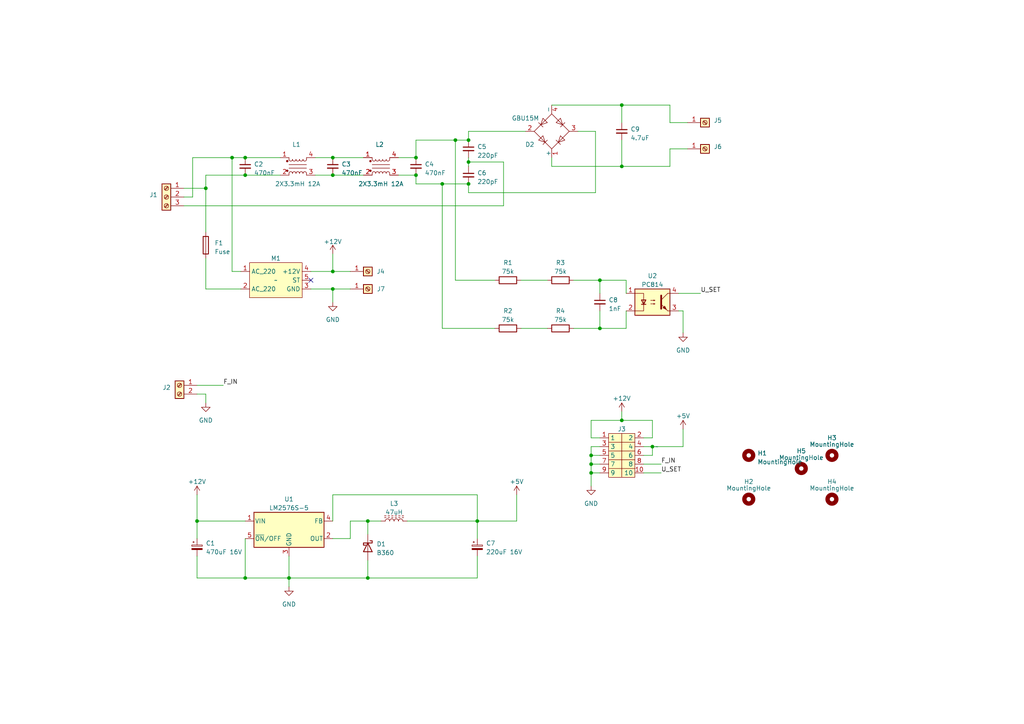
<source format=kicad_sch>
(kicad_sch (version 20230121) (generator eeschema)
  (paper "A4")
  (lib_symbols
    (symbol "Connector:Screw_Terminal_01x01" (pin_names (offset 1.016) hide)
      (property "Reference" "J" (at 0 2.54 0))
      (property "Value" "Screw_Terminal_01x01" (at 0 -2.54 0))
      (symbol "Screw_Terminal_01x01_1_1"
        (rectangle (start -1.27 1.27) (end 1.27 -1.27) (stroke (width 0.254)) (fill (type background)))
        (polyline (pts (xy -0.5334 0.3302) (xy 0.3302 -0.508)) (stroke (width 0.1524)))
        (polyline (pts (xy -0.3556 0.508) (xy 0.508 -0.3302)) (stroke (width 0.1524)))
        (circle (center 0 0) (radius 0.635) (stroke (width 0.1524)))
        (pin passive line (at -5.08 0 0) (length 3.81) (name "Pin_1") (number "1"))
      )
    )
    (symbol "Connector:Screw_Terminal_01x02" (pin_names (offset 1.016) hide)
      (property "Reference" "J" (at 0 2.54 0))
      (property "Value" "Screw_Terminal_01x02" (at 0 -5.08 0))
      (symbol "Screw_Terminal_01x02_1_1"
        (rectangle (start -1.27 1.27) (end 1.27 -3.81) (stroke (width 0.254)) (fill (type background)))
        (circle (center 0 -2.54) (radius 0.635) (stroke (width 0.1524)))
        (polyline (pts (xy -0.5334 -2.2098) (xy 0.3302 -3.048)) (stroke (width 0.1524)))
        (polyline (pts (xy -0.5334 0.3302) (xy 0.3302 -0.508)) (stroke (width 0.1524)))
        (polyline (pts (xy -0.3556 -2.032) (xy 0.508 -2.8702)) (stroke (width 0.1524)))
        (polyline (pts (xy -0.3556 0.508) (xy 0.508 -0.3302)) (stroke (width 0.1524)))
        (circle (center 0 0) (radius 0.635) (stroke (width 0.1524)))
        (pin passive line (at -5.08 0 0) (length 3.81) (name "Pin_1") (number "1"))
        (pin passive line (at -5.08 -2.54 0) (length 3.81) (name "Pin_2") (number "2"))
      )
    )
    (symbol "Connector:Screw_Terminal_01x03" (pin_names (offset 1.016) hide)
      (property "Reference" "J" (at 0 5.08 0))
      (property "Value" "Screw_Terminal_01x03" (at 0 -5.08 0))
      (symbol "Screw_Terminal_01x03_1_1"
        (rectangle (start -1.27 3.81) (end 1.27 -3.81) (stroke (width 0.254)) (fill (type background)))
        (circle (center 0 -2.54) (radius 0.635) (stroke (width 0.1524)))
        (polyline (pts (xy -0.5334 -2.2098) (xy 0.3302 -3.048)) (stroke (width 0.1524)))
        (polyline (pts (xy -0.5334 0.3302) (xy 0.3302 -0.508)) (stroke (width 0.1524)))
        (polyline (pts (xy -0.5334 2.8702) (xy 0.3302 2.032)) (stroke (width 0.1524)))
        (polyline (pts (xy -0.3556 -2.032) (xy 0.508 -2.8702)) (stroke (width 0.1524)))
        (polyline (pts (xy -0.3556 0.508) (xy 0.508 -0.3302)) (stroke (width 0.1524)))
        (polyline (pts (xy -0.3556 3.048) (xy 0.508 2.2098)) (stroke (width 0.1524)))
        (circle (center 0 0) (radius 0.635) (stroke (width 0.1524)))
        (circle (center 0 2.54) (radius 0.635) (stroke (width 0.1524)))
        (pin passive line (at -5.08 2.54 0) (length 3.81) (name "Pin_1") (number "1"))
        (pin passive line (at -5.08 0 0) (length 3.81) (name "Pin_2") (number "2"))
        (pin passive line (at -5.08 -2.54 0) (length 3.81) (name "Pin_3") (number "3"))
      )
    )
    (symbol "Device:C_Polarized_Small" (pin_numbers hide) (pin_names (offset 0.254) hide)
      (property "Reference" "C" (at 0.254 1.778 0))
      (property "Value" "C_Polarized_Small" (at 0.254 -2.032 0))
      (symbol "C_Polarized_Small_0_1"
        (rectangle (start -1.524 -0.3048) (end 1.524 -0.6858) (fill (type outline)))
        (rectangle (start -1.524 0.6858) (end 1.524 0.3048))
        (polyline (pts (xy -1.27 1.524) (xy -0.762 1.524)))
        (polyline (pts (xy -1.016 1.27) (xy -1.016 1.778)))
      )
      (symbol "C_Polarized_Small_1_1"
        (pin passive line (at 0 2.54 270) (length 1.8542) (name "~") (number "1"))
        (pin passive line (at 0 -2.54 90) (length 1.8542) (name "~") (number "2"))
      )
    )
    (symbol "Device:C_Small" (pin_numbers hide) (pin_names (offset 0.254) hide)
      (property "Reference" "C" (at 0.254 1.778 0))
      (property "Value" "C_Small" (at 0.254 -2.032 0))
      (symbol "C_Small_0_1"
        (polyline (pts (xy -1.524 -0.508) (xy 1.524 -0.508)) (stroke (width 0.3302)))
        (polyline (pts (xy -1.524 0.508) (xy 1.524 0.508)) (stroke (width 0.3048)))
      )
      (symbol "C_Small_1_1"
        (pin passive line (at 0 2.54 270) (length 2.032) (name "~") (number "1"))
        (pin passive line (at 0 -2.54 90) (length 2.032) (name "~") (number "2"))
      )
    )
    (symbol "Device:Fuse" (pin_numbers hide) (pin_names (offset 0))
      (property "Reference" "F" (at 2.032 0 90))
      (property "Value" "Fuse" (at -1.905 0 90))
      (symbol "Fuse_0_1"
        (rectangle (start -0.762 -2.54) (end 0.762 2.54) (stroke (width 0.254)))
        (polyline (pts (xy 0 2.54) (xy 0 -2.54)))
      )
      (symbol "Fuse_1_1"
        (pin passive line (at 0 3.81 270) (length 1.27) (name "~") (number "1"))
        (pin passive line (at 0 -3.81 90) (length 1.27) (name "~") (number "2"))
      )
    )
    (symbol "Device:L_Ferrite" (pin_numbers hide) (pin_names (offset 1.016) hide)
      (property "Reference" "L" (at -1.27 0 90))
      (property "Value" "L_Ferrite" (at 2.794 0 90))
      (symbol "L_Ferrite_0_1"
        (arc (start 0 -2.54) (mid 0.6323 -1.905) (end 0 -1.27))
        (arc (start 0 -1.27) (mid 0.6323 -0.635) (end 0 0))
        (polyline (pts (xy 1.016 -2.794) (xy 1.016 -2.286)))
        (polyline (pts (xy 1.016 -1.778) (xy 1.016 -1.27)))
        (polyline (pts (xy 1.016 -0.762) (xy 1.016 -0.254)))
        (polyline (pts (xy 1.016 0.254) (xy 1.016 0.762)))
        (polyline (pts (xy 1.016 1.27) (xy 1.016 1.778)))
        (polyline (pts (xy 1.016 2.286) (xy 1.016 2.794)))
        (polyline (pts (xy 1.524 -2.286) (xy 1.524 -2.794)))
        (polyline (pts (xy 1.524 -1.27) (xy 1.524 -1.778)))
        (polyline (pts (xy 1.524 -0.254) (xy 1.524 -0.762)))
        (polyline (pts (xy 1.524 0.762) (xy 1.524 0.254)))
        (polyline (pts (xy 1.524 1.778) (xy 1.524 1.27)))
        (polyline (pts (xy 1.524 2.794) (xy 1.524 2.286)))
        (arc (start 0 0) (mid 0.6323 0.635) (end 0 1.27))
        (arc (start 0 1.27) (mid 0.6323 1.905) (end 0 2.54))
      )
      (symbol "L_Ferrite_1_1"
        (pin passive line (at 0 3.81 270) (length 1.27) (name "1") (number "1"))
        (pin passive line (at 0 -3.81 90) (length 1.27) (name "2") (number "2"))
      )
    )
    (symbol "Device:L_Iron_Coupled_1423" (pin_names (offset 0.254) hide)
      (property "Reference" "L" (at 0 4.445 0))
      (property "Value" "L_Iron_Coupled_1423" (at 0 -4.445 0))
      (symbol "L_Iron_Coupled_1423_0_1"
        (circle (center -3.048 -1.27) (radius 0.254) (fill (type outline)))
        (circle (center -3.048 1.524) (radius 0.254) (fill (type outline)))
        (arc (start -2.54 2.032) (mid -2.032 1.5262) (end -1.524 2.032))
        (arc (start -1.524 -2.032) (mid -2.032 -1.5262) (end -2.54 -2.032))
        (arc (start -1.524 2.032) (mid -1.016 1.5262) (end -0.508 2.032))
        (arc (start -0.508 -2.032) (mid -1.016 -1.5262) (end -1.524 -2.032))
        (arc (start -0.508 2.032) (mid 0 1.5262) (end 0.508 2.032))
        (polyline (pts (xy -2.54 -2.032) (xy -2.54 -2.54)))
        (polyline (pts (xy -2.54 0.508) (xy 2.54 0.508)))
        (polyline (pts (xy -2.54 2.032) (xy -2.54 2.54)))
        (polyline (pts (xy 2.54 -2.032) (xy 2.54 -2.54)))
        (polyline (pts (xy 2.54 -0.508) (xy -2.54 -0.508)))
        (polyline (pts (xy 2.54 2.54) (xy 2.54 2.032)))
        (arc (start 0.508 -2.032) (mid 0 -1.5262) (end -0.508 -2.032))
        (arc (start 0.508 2.032) (mid 1.016 1.5262) (end 1.524 2.032))
        (arc (start 1.524 -2.032) (mid 1.016 -1.5262) (end 0.508 -2.032))
        (arc (start 1.524 2.032) (mid 2.032 1.5262) (end 2.54 2.032))
        (arc (start 2.54 -2.032) (mid 2.032 -1.5262) (end 1.524 -2.032))
      )
      (symbol "L_Iron_Coupled_1423_1_1"
        (pin passive line (at -5.08 2.54 0) (length 2.54) (name "1") (number "1"))
        (pin passive line (at -5.08 -2.54 0) (length 2.54) (name "2") (number "2"))
        (pin passive line (at 5.08 -2.54 180) (length 2.54) (name "3") (number "3"))
        (pin passive line (at 5.08 2.54 180) (length 2.54) (name "4") (number "4"))
      )
    )
    (symbol "Device:R" (pin_numbers hide) (pin_names (offset 0))
      (property "Reference" "R" (at 2.032 0 90))
      (property "Value" "R" (at 0 0 90))
      (symbol "R_0_1"
        (rectangle (start -1.016 -2.54) (end 1.016 2.54) (stroke (width 0.254)))
      )
      (symbol "R_1_1"
        (pin passive line (at 0 3.81 270) (length 1.27) (name "~") (number "1"))
        (pin passive line (at 0 -3.81 90) (length 1.27) (name "~") (number "2"))
      )
    )
    (symbol "Diode:B360" (pin_numbers hide) (pin_names (offset 1.016) hide)
      (property "Reference" "D" (at 0 2.54 0))
      (property "Value" "B360" (at 0 -2.54 0))
      (symbol "B360_0_1"
        (polyline (pts (xy 1.27 0) (xy -1.27 0)))
        (polyline (pts (xy 1.27 1.27) (xy 1.27 -1.27) (xy -1.27 0) (xy 1.27 1.27)) (stroke (width 0.254)))
        (polyline (pts (xy -1.905 0.635) (xy -1.905 1.27) (xy -1.27 1.27) (xy -1.27 -1.27) (xy -0.635 -1.27) (xy -0.635 -0.635)) (stroke (width 0.254)))
      )
      (symbol "B360_1_1"
        (pin passive line (at -3.81 0 0) (length 2.54) (name "K") (number "1"))
        (pin passive line (at 3.81 0 180) (length 2.54) (name "A") (number "2"))
      )
    )
    (symbol "Diode_Bridge:GBU8M" (pin_names (offset 0))
      (property "Reference" "D" (at 2.54 6.985 0))
      (property "Value" "GBU8M" (at 2.54 5.08 0))
      (symbol "GBU8M_0_1"
        (polyline (pts (xy -2.54 3.81) (xy -1.27 2.54)))
        (polyline (pts (xy -1.27 -2.54) (xy -2.54 -3.81)))
        (polyline (pts (xy 2.54 -1.27) (xy 3.81 -2.54)))
        (polyline (pts (xy 2.54 1.27) (xy 3.81 2.54)))
        (polyline (pts (xy -3.81 2.54) (xy -2.54 1.27) (xy -1.905 3.175) (xy -3.81 2.54)))
        (polyline (pts (xy -2.54 -1.27) (xy -3.81 -2.54) (xy -1.905 -3.175) (xy -2.54 -1.27)))
        (polyline (pts (xy 1.27 2.54) (xy 2.54 3.81) (xy 3.175 1.905) (xy 1.27 2.54)))
        (polyline (pts (xy 3.175 -1.905) (xy 1.27 -2.54) (xy 2.54 -3.81) (xy 3.175 -1.905)))
        (polyline (pts (xy -5.08 0) (xy 0 -5.08) (xy 5.08 0) (xy 0 5.08) (xy -5.08 0)))
      )
      (symbol "GBU8M_1_1"
        (pin passive line (at 7.62 0 180) (length 2.54) (name "+") (number "1"))
        (pin passive line (at 0 -7.62 90) (length 2.54) (name "~") (number "2"))
        (pin passive line (at 0 7.62 270) (length 2.54) (name "~") (number "3"))
        (pin passive line (at -7.62 0 0) (length 2.54) (name "-") (number "4"))
      )
    )
    (symbol "Isolator:PC817" (pin_names (offset 1.016))
      (property "Reference" "U" (at -5.08 5.08 0))
      (property "Value" "PC817" (at 0 5.08 0))
      (symbol "PC817_0_1"
        (rectangle (start -5.08 3.81) (end 5.08 -3.81) (stroke (width 0.254)) (fill (type background)))
        (polyline (pts (xy -3.175 -0.635) (xy -1.905 -0.635)) (stroke (width 0.254)))
        (polyline (pts (xy 2.54 0.635) (xy 4.445 2.54)))
        (polyline (pts (xy 4.445 -2.54) (xy 2.54 -0.635)) (fill (type outline)))
        (polyline (pts (xy 4.445 -2.54) (xy 5.08 -2.54)))
        (polyline (pts (xy 4.445 2.54) (xy 5.08 2.54)))
        (polyline (pts (xy -5.08 2.54) (xy -2.54 2.54) (xy -2.54 -0.635)))
        (polyline (pts (xy -2.54 -0.635) (xy -2.54 -2.54) (xy -5.08 -2.54)))
        (polyline (pts (xy 2.54 1.905) (xy 2.54 -1.905) (xy 2.54 -1.905)) (stroke (width 0.508)))
        (polyline (pts (xy -2.54 -0.635) (xy -3.175 0.635) (xy -1.905 0.635) (xy -2.54 -0.635)) (stroke (width 0.254)))
        (polyline (pts (xy -0.508 -0.508) (xy 0.762 -0.508) (xy 0.381 -0.635) (xy 0.381 -0.381) (xy 0.762 -0.508)))
        (polyline (pts (xy -0.508 0.508) (xy 0.762 0.508) (xy 0.381 0.381) (xy 0.381 0.635) (xy 0.762 0.508)))
        (polyline (pts (xy 3.048 -1.651) (xy 3.556 -1.143) (xy 4.064 -2.159) (xy 3.048 -1.651) (xy 3.048 -1.651)) (fill (type outline)))
      )
      (symbol "PC817_1_1"
        (pin passive line (at -7.62 2.54 0) (length 2.54) (name "~") (number "1"))
        (pin passive line (at -7.62 -2.54 0) (length 2.54) (name "~") (number "2"))
        (pin passive line (at 7.62 -2.54 180) (length 2.54) (name "~") (number "3"))
        (pin passive line (at 7.62 2.54 180) (length 2.54) (name "~") (number "4"))
      )
    )
    (symbol "Mechanical:MountingHole" (pin_names (offset 1.016))
      (property "Reference" "H" (at 0 5.08 0))
      (property "Value" "MountingHole" (at 0 3.175 0))
      (symbol "MountingHole_0_1"
        (circle (center 0 0) (radius 1.27) (stroke (width 1.27)))
      )
    )
    (symbol "Regulator_Switching:LM2576S-5" (pin_names (offset 0.254))
      (property "Reference" "U" (at -10.16 6.35 0))
      (property "Value" "LM2576S-5" (at 0 6.35 0))
      (symbol "LM2576S-5_0_1"
        (rectangle (start -10.16 5.08) (end 10.16 -5.08) (stroke (width 0.254)) (fill (type background)))
      )
      (symbol "LM2576S-5_1_1"
        (pin power_in line (at -12.7 2.54 0) (length 2.54) (name "VIN") (number "1"))
        (pin output line (at 12.7 -2.54 180) (length 2.54) (name "OUT") (number "2"))
        (pin power_in line (at 0 -7.62 90) (length 2.54) (name "GND") (number "3"))
        (pin input line (at 12.7 2.54 180) (length 2.54) (name "FB") (number "4"))
        (pin input line (at -12.7 -2.54 0) (length 2.54) (name "~{ON}/OFF") (number "5"))
      )
    )
    (symbol "Z_connectors:BH-10"
      (property "Reference" "J" (at 0 6.35 0))
      (symbol "BH-10_1_1"
        (rectangle (start -3.81 3.81) (end 3.81 -8.89) (fill (type background)))
        (polyline (pts (xy -3.81 -6.35) (xy 3.81 -6.35)))
        (polyline (pts (xy -3.81 -3.81) (xy 3.81 -3.81)))
        (polyline (pts (xy -3.81 -1.27) (xy 3.81 -1.27)))
        (polyline (pts (xy -3.81 1.27) (xy 3.81 1.27)))
        (polyline (pts (xy 0 3.81) (xy 0 -8.89)))
        (pin input line (at -6.35 2.54 0) (length 2.54) (name "1") (number "1"))
        (pin input line (at 6.35 -7.62 180) (length 2.54) (name "10") (number "10"))
        (pin input line (at 6.35 2.54 180) (length 2.54) (name "2") (number "2"))
        (pin input line (at -6.35 0 0) (length 2.54) (name "3") (number "3"))
        (pin input line (at 6.35 0 180) (length 2.54) (name "4") (number "4"))
        (pin input line (at -6.35 -2.54 0) (length 2.54) (name "5") (number "5"))
        (pin input line (at 6.35 -2.54 180) (length 2.54) (name "6") (number "6"))
        (pin input line (at -6.35 -5.08 0) (length 2.54) (name "7") (number "7"))
        (pin input line (at 6.35 -5.08 180) (length 2.54) (name "8") (number "8"))
        (pin input line (at -6.35 -7.62 0) (length 2.54) (name "9") (number "9"))
      )
    )
    (symbol "Z_modules:AC_DC_12_2"
      (property "Reference" "M" (at 0 6.35 0))
      (symbol "AC_DC_12_2_1_1"
        (rectangle (start -7.62 5.08) (end 7.62 -5.08) (fill (type background)))
        (pin input line (at -10.16 2.54 0) (length 2.54) (name "AC_220") (number "1"))
        (pin input line (at -10.16 -2.54 0) (length 2.54) (name "AC_220") (number "2"))
        (pin output line (at 10.16 -2.54 180) (length 2.54) (name "GND") (number "3"))
        (pin output line (at 10.16 2.54 180) (length 2.54) (name "+12V") (number "4"))
        (pin input line (at 10.16 0 180) (length 2.54) (name "ST") (number "5"))
      )
    )
    (symbol "power:+12V" (power) (pin_names (offset 0))
      (property "Value" "+12V" (at 0 3.556 0))
      (symbol "+12V_0_1"
        (polyline (pts (xy -0.762 1.27) (xy 0 2.54)))
        (polyline (pts (xy 0 0) (xy 0 2.54)))
        (polyline (pts (xy 0 2.54) (xy 0.762 1.27)))
      )
      (symbol "+12V_1_1"
        (pin power_in line (at 0 0 90) (length 0) hide (name "+12V") (number "1"))
      )
    )
    (symbol "power:+5V" (power) (pin_names (offset 0))
      (property "Value" "+5V" (at 0 3.556 0))
      (symbol "+5V_0_1"
        (polyline (pts (xy -0.762 1.27) (xy 0 2.54)))
        (polyline (pts (xy 0 0) (xy 0 2.54)))
        (polyline (pts (xy 0 2.54) (xy 0.762 1.27)))
      )
      (symbol "+5V_1_1"
        (pin power_in line (at 0 0 90) (length 0) hide (name "+5V") (number "1"))
      )
    )
    (symbol "power:GND" (power) (pin_names (offset 0))
      (property "Value" "GND" (at 0 -3.81 0))
      (symbol "GND_0_1"
        (polyline (pts (xy 0 0) (xy 0 -1.27) (xy 1.27 -1.27) (xy 0 -2.54) (xy -1.27 -1.27) (xy 0 -1.27)))
      )
      (symbol "GND_1_1"
        (pin power_in line (at 0 0 270) (length 0) hide (name "GND") (number "1"))
      )
    )
  )
  (junction (at 96.52 45.72))
  (junction (at 96.52 50.8))
  (junction (at 180.34 48.26))
  (junction (at 71.12 45.72))
  (junction (at 106.68 167.64))
  (junction (at 138.43 151.13))
  (junction (at 132.08 40.64))
  (junction (at 57.15 151.13))
  (junction (at 67.31 45.72))
  (junction (at 120.65 50.8))
  (junction (at 96.52 78.74))
  (junction (at 71.12 167.64))
  (junction (at 135.89 40.64))
  (junction (at 135.89 53.34))
  (junction (at 173.99 95.25))
  (junction (at 71.12 50.8))
  (junction (at 171.45 134.62))
  (junction (at 96.52 83.82))
  (junction (at 106.68 151.13))
  (junction (at 180.34 30.48))
  (junction (at 173.99 81.28))
  (junction (at 128.27 53.34))
  (junction (at 135.89 46.99))
  (junction (at 189.23 129.54))
  (junction (at 83.82 167.64))
  (junction (at 171.45 132.08))
  (junction (at 180.34 121.92))
  (junction (at 59.69 54.61))
  (junction (at 171.45 137.16))
  (junction (at 120.65 45.72))
  (no_connect (at 90.17 81.28))
  (wire (pts (xy 138.43 143.51) (xy 138.43 151.13)))
  (wire (pts (xy 57.15 143.51) (xy 57.15 151.13)))
  (wire (pts (xy 194.31 43.18) (xy 199.39 43.18)))
  (wire (pts (xy 135.89 45.72) (xy 135.89 46.99)))
  (wire (pts (xy 55.88 57.15) (xy 55.88 45.72)))
  (wire (pts (xy 171.45 127) (xy 171.45 121.92)))
  (wire (pts (xy 138.43 151.13) (xy 118.11 151.13)))
  (wire (pts (xy 171.45 129.54) (xy 173.99 129.54)))
  (wire (pts (xy 180.34 30.48) (xy 194.31 30.48)))
  (wire (pts (xy 91.44 45.72) (xy 96.52 45.72)))
  (wire (pts (xy 172.72 38.1) (xy 167.64 38.1)))
  (wire (pts (xy 151.13 95.25) (xy 158.75 95.25)))
  (wire (pts (xy 186.69 129.54) (xy 189.23 129.54)))
  (wire (pts (xy 71.12 167.64) (xy 83.82 167.64)))
  (wire (pts (xy 172.72 55.88) (xy 172.72 38.1)))
  (wire (pts (xy 96.52 83.82) (xy 96.52 87.63)))
  (wire (pts (xy 160.02 48.26) (xy 180.34 48.26)))
  (wire (pts (xy 96.52 156.21) (xy 101.6 156.21)))
  (wire (pts (xy 128.27 53.34) (xy 128.27 95.25)))
  (wire (pts (xy 57.15 151.13) (xy 57.15 156.21)))
  (wire (pts (xy 173.99 81.28) (xy 181.61 81.28)))
  (wire (pts (xy 96.52 45.72) (xy 105.41 45.72)))
  (wire (pts (xy 57.15 167.64) (xy 71.12 167.64)))
  (wire (pts (xy 181.61 81.28) (xy 181.61 85.09)))
  (wire (pts (xy 171.45 134.62) (xy 173.99 134.62)))
  (wire (pts (xy 135.89 38.1) (xy 152.4 38.1)))
  (wire (pts (xy 96.52 83.82) (xy 101.6 83.82)))
  (wire (pts (xy 128.27 95.25) (xy 143.51 95.25)))
  (wire (pts (xy 106.68 151.13) (xy 110.49 151.13)))
  (wire (pts (xy 59.69 114.3) (xy 59.69 116.84)))
  (wire (pts (xy 171.45 137.16) (xy 173.99 137.16)))
  (wire (pts (xy 138.43 167.64) (xy 106.68 167.64)))
  (wire (pts (xy 180.34 40.64) (xy 180.34 48.26)))
  (wire (pts (xy 173.99 90.17) (xy 173.99 95.25)))
  (wire (pts (xy 106.68 151.13) (xy 106.68 154.94)))
  (wire (pts (xy 115.57 50.8) (xy 120.65 50.8)))
  (wire (pts (xy 191.77 137.16) (xy 186.69 137.16)))
  (wire (pts (xy 194.31 30.48) (xy 194.31 35.56)))
  (wire (pts (xy 135.89 46.99) (xy 135.89 48.26)))
  (wire (pts (xy 106.68 162.56) (xy 106.68 167.64)))
  (wire (pts (xy 135.89 53.34) (xy 135.89 55.88)))
  (wire (pts (xy 135.89 40.64) (xy 135.89 38.1)))
  (wire (pts (xy 180.34 121.92) (xy 189.23 121.92)))
  (wire (pts (xy 198.12 124.46) (xy 198.12 129.54)))
  (wire (pts (xy 132.08 40.64) (xy 135.89 40.64)))
  (wire (pts (xy 132.08 81.28) (xy 143.51 81.28)))
  (wire (pts (xy 71.12 156.21) (xy 71.12 167.64)))
  (wire (pts (xy 166.37 95.25) (xy 173.99 95.25)))
  (wire (pts (xy 57.15 114.3) (xy 59.69 114.3)))
  (wire (pts (xy 128.27 53.34) (xy 135.89 53.34)))
  (wire (pts (xy 180.34 119.38) (xy 180.34 121.92)))
  (wire (pts (xy 160.02 45.72) (xy 160.02 48.26)))
  (wire (pts (xy 173.99 127) (xy 171.45 127)))
  (wire (pts (xy 83.82 161.29) (xy 83.82 167.64)))
  (wire (pts (xy 198.12 90.17) (xy 196.85 90.17)))
  (wire (pts (xy 189.23 132.08) (xy 189.23 129.54)))
  (wire (pts (xy 203.2 85.09) (xy 196.85 85.09)))
  (wire (pts (xy 149.86 151.13) (xy 138.43 151.13)))
  (wire (pts (xy 189.23 127) (xy 186.69 127)))
  (wire (pts (xy 135.89 55.88) (xy 172.72 55.88)))
  (wire (pts (xy 191.77 134.62) (xy 186.69 134.62)))
  (wire (pts (xy 180.34 48.26) (xy 194.31 48.26)))
  (wire (pts (xy 120.65 53.34) (xy 128.27 53.34)))
  (wire (pts (xy 173.99 95.25) (xy 181.61 95.25)))
  (wire (pts (xy 67.31 45.72) (xy 67.31 78.74)))
  (wire (pts (xy 96.52 78.74) (xy 90.17 78.74)))
  (wire (pts (xy 198.12 129.54) (xy 189.23 129.54)))
  (wire (pts (xy 194.31 35.56) (xy 199.39 35.56)))
  (wire (pts (xy 64.77 111.76) (xy 57.15 111.76)))
  (wire (pts (xy 132.08 40.64) (xy 132.08 81.28)))
  (wire (pts (xy 146.05 59.69) (xy 146.05 46.99)))
  (wire (pts (xy 90.17 83.82) (xy 96.52 83.82)))
  (wire (pts (xy 59.69 83.82) (xy 69.85 83.82)))
  (wire (pts (xy 71.12 45.72) (xy 81.28 45.72)))
  (wire (pts (xy 171.45 137.16) (xy 171.45 134.62)))
  (wire (pts (xy 171.45 121.92) (xy 180.34 121.92)))
  (wire (pts (xy 198.12 96.52) (xy 198.12 90.17)))
  (wire (pts (xy 171.45 140.97) (xy 171.45 137.16)))
  (wire (pts (xy 59.69 74.93) (xy 59.69 83.82)))
  (wire (pts (xy 115.57 45.72) (xy 120.65 45.72)))
  (wire (pts (xy 59.69 54.61) (xy 59.69 50.8)))
  (wire (pts (xy 173.99 81.28) (xy 173.99 85.09)))
  (wire (pts (xy 59.69 54.61) (xy 59.69 67.31)))
  (wire (pts (xy 91.44 50.8) (xy 96.52 50.8)))
  (wire (pts (xy 57.15 151.13) (xy 71.12 151.13)))
  (wire (pts (xy 55.88 45.72) (xy 67.31 45.72)))
  (wire (pts (xy 67.31 78.74) (xy 69.85 78.74)))
  (wire (pts (xy 120.65 45.72) (xy 120.65 40.64)))
  (wire (pts (xy 101.6 156.21) (xy 101.6 151.13)))
  (wire (pts (xy 53.34 57.15) (xy 55.88 57.15)))
  (wire (pts (xy 96.52 50.8) (xy 105.41 50.8)))
  (wire (pts (xy 67.31 45.72) (xy 71.12 45.72)))
  (wire (pts (xy 138.43 156.21) (xy 138.43 151.13)))
  (wire (pts (xy 189.23 121.92) (xy 189.23 127)))
  (wire (pts (xy 171.45 132.08) (xy 173.99 132.08)))
  (wire (pts (xy 101.6 151.13) (xy 106.68 151.13)))
  (wire (pts (xy 181.61 95.25) (xy 181.61 90.17)))
  (wire (pts (xy 83.82 167.64) (xy 106.68 167.64)))
  (wire (pts (xy 151.13 81.28) (xy 158.75 81.28)))
  (wire (pts (xy 57.15 161.29) (xy 57.15 167.64)))
  (wire (pts (xy 146.05 46.99) (xy 135.89 46.99)))
  (wire (pts (xy 59.69 50.8) (xy 71.12 50.8)))
  (wire (pts (xy 96.52 73.66) (xy 96.52 78.74)))
  (wire (pts (xy 171.45 132.08) (xy 171.45 129.54)))
  (wire (pts (xy 120.65 50.8) (xy 120.65 53.34)))
  (wire (pts (xy 96.52 151.13) (xy 96.52 143.51)))
  (wire (pts (xy 180.34 30.48) (xy 180.34 35.56)))
  (wire (pts (xy 186.69 132.08) (xy 189.23 132.08)))
  (wire (pts (xy 71.12 50.8) (xy 81.28 50.8)))
  (wire (pts (xy 171.45 134.62) (xy 171.45 132.08)))
  (wire (pts (xy 53.34 54.61) (xy 59.69 54.61)))
  (wire (pts (xy 53.34 59.69) (xy 146.05 59.69)))
  (wire (pts (xy 166.37 81.28) (xy 173.99 81.28)))
  (wire (pts (xy 83.82 167.64) (xy 83.82 170.18)))
  (wire (pts (xy 194.31 48.26) (xy 194.31 43.18)))
  (wire (pts (xy 120.65 40.64) (xy 132.08 40.64)))
  (wire (pts (xy 160.02 30.48) (xy 180.34 30.48)))
  (wire (pts (xy 138.43 161.29) (xy 138.43 167.64)))
  (wire (pts (xy 96.52 78.74) (xy 101.6 78.74)))
  (wire (pts (xy 149.86 143.51) (xy 149.86 151.13)))
  (wire (pts (xy 96.52 143.51) (xy 138.43 143.51)))
  (label "U_SET" (at 203.2 85.09 0))
  (label "F_IN" (at 64.77 111.76 0))
  (label "F_IN" (at 191.77 134.62 0))
  (label "U_SET" (at 191.77 137.16 0))
  (symbol (lib_id "Connector:Screw_Terminal_01x03") (at 48.26 57.15 0) (mirror y) (unit 1)
    (property "Reference" "J1" (at 45.72 56.515 0) (effects (justify left)))
    (property "Value" "Screw_Terminal_01x03" (effects hide))
    (property "Footprint" "Z_connectors:DB129V-7.62-3P-GN-S" (effects hide))
    (property "Description" "1x3P 24A -40℃~+105℃ 250V Green 12~26 Straight pin 7.62mm 2.5 1 3 Plugin,P=7.62mm Screw terminal ROHS" (effects hide))
    (property "MFR.Part" "DB129V-7.62-3P-GN-S" (effects hide))
    (property "LCSC" "C395859" (effects hide))
  )
  (symbol (lib_id "Z_connectors:BH-10") (at 180.34 129.54 0) (unit 1)
    (property "Reference" "J3" (at 180.34 124.46 0))
    (property "Value" "~" (at 190.5 129.54 0))
    (property "Footprint" "Connector_IDC:IDC-Header_2x05_P2.54mm_Vertical" (effects hide))
    (property "Description" "Gold 250V 3A Straight Square Pins 2.54mm 3P 260℃ 6mm -40℃~+105℃ 3mm 2.54mm Brass Black Plugin 2.54mm 1x3P Plugin,P=2.54mm Pin Headers ROHS" (effects hide))
    (property "LCSC" "C6332196" (effects hide))
    (property "MFR.Part" "HB-PH3-25413PB2GOP" (effects hide))
  )
  (symbol (lib_id "Connector:Screw_Terminal_01x02") (at 52.07 111.76 0) (mirror y) (unit 1)
    (property "Reference" "J2" (at 49.53 112.395 0) (effects (justify left)))
    (property "Value" "Screw_Terminal_01x02" (effects hide))
    (property "Footprint" "Z_connectors:DB129V-7.62-2P-GN-S" (effects hide))
    (property "Description" "1x2P 24A -40℃~+105℃ 250V Green 12~26 Straight pin 7.62mm 2.5 1 2 Plugin,P=7.62mm Screw terminal ROHS" (effects hide))
    (property "MFR.Part" "DB129V-7.62-2P-GN-S" (effects hide))
    (property "LCSC" "C395858" (effects hide))
  )
  (symbol (lib_id "Diode:B360") (at 106.68 158.75 270) (unit 1)
    (property "Reference" "D1" (at 109.22 157.7975 90) (effects (justify left)))
    (property "Value" "B360" (at 109.22 160.3375 90) (effects (justify left)))
    (property "Footprint" "Diode_SMD:D_SMC" (effects hide))
    (property "Datasheet" "http://www.jameco.com/Jameco/Products/ProdDS/1538777.pdf" (effects hide))
    (property "MFR.Part" "B360-13-F" (effects hide))
    (property "Description" "60V 700mV@3A 3A SMC(DO-214AB) Schottky Barrier Diodes (SBD)" (effects hide))
    (property "LCSC" "C110487" (effects hide))
  )
  (symbol (lib_id "Isolator:PC817") (at 189.23 87.63 0) (unit 1)
    (property "Reference" "U2" (at 189.23 80.01 0))
    (property "Value" "PC814" (at 189.23 82.55 0))
    (property "Footprint" "Package_DIP:DIP-4_W7.62mm" (effects hide))
    (property "Datasheet" "http://www.soselectronic.cz/a_info/resource/d/pc817.pdf" (effects hide))
    (property "Description" "80V 5000V 50mA 0.1V@1mA,20mA 1 6V 1.2V DC DIP-4 Optocouplers - Phototransistor Output ROHS" (effects hide))
    (property "LCSC" "C2833074" (effects hide))
    (property "MFR.Part" "PC817X2YSZW" (effects hide))
  )
  (symbol (lib_id "Device:L_Ferrite") (at 114.3 151.13 90) (unit 1)
    (property "Reference" "L3" (at 114.3 146.05 90))
    (property "Value" "47uH" (at 114.3 148.59 90))
    (property "Footprint" "Z_inductors:L_12x12mm_H8mm" (effects hide))
    (property "Description" "47uH SMD,12.5x12.5mm Power Inductors ROHS" (effects hide))
    (property "MFR.Part" "MBH125-470M" (effects hide))
    (property "LCSC" "C2981394" (effects hide))
  )
  (symbol (lib_id "Mechanical:MountingHole") (at 241.3 144.78 0) (unit 1)
    (property "Reference" "H4" (at 241.3 139.7 0))
    (property "Value" "MountingHole" (at 241.3 141.605 0))
    (property "Footprint" "MountingHole:MountingHole_3.2mm_M3" (effects hide))
  )
  (symbol (lib_id "Device:L_Iron_Coupled_1423") (at 86.36 48.26 0) (unit 1)
    (property "Reference" "L1" (at 85.979 41.91 0))
    (property "Value" "2X3.3mH 12A" (at 86.36 53.34 0))
    (property "Footprint" "Z_inductors:B82726S6123N020" (effects hide))
    (property "Description" "Common Mode Chokes / Filters RING CORE CHOKE 2X3.3mH 12A" (effects hide))
    (property "MFR.Part" "B82726S6123N020" (effects hide))
    (property "LCSC" "B82726S6123N020" (effects hide))
  )
  (symbol (lib_id "Connector:Screw_Terminal_01x01") (at 204.47 35.56 0) (unit 1)
    (property "Reference" "J5" (at 207.01 34.925 0) (effects (justify left)))
    (property "Value" "Screw_Terminal_01x01" (effects hide))
    (property "Footprint" "Z_pin:PinD4mm" (effects hide))
  )
  (symbol (lib_id "power:GND") (at 83.82 170.18 0) (unit 1)
    (property "Reference" "#PWR03" (effects hide))
    (property "Value" "GND" (at 83.82 175.26 0))
  )
  (symbol (lib_id "Device:C_Small") (at 96.52 48.26 0) (unit 1)
    (property "Reference" "C3" (at 99.06 47.6313 0) (effects (justify left)))
    (property "Value" "470nF" (at 99.06 50.1713 0) (effects (justify left)))
    (property "Footprint" "Capacitor_THT:C_Rect_L24.0mm_W10.9mm_P22.50mm_MKT" (effects hide))
    (property "Description" "470nF ±5% 400V Plugin,P=22.5mm Polypropylene Film Capacitors" (effects hide))
    (property "MFR.Part" "CBB80-400V-474J" (effects hide))
    (property "LCSC" "C518924" (effects hide))
  )
  (symbol (lib_id "Device:R") (at 147.32 95.25 90) (unit 1)
    (property "Reference" "R2" (at 147.32 90.17 90))
    (property "Value" "75k" (at 147.32 92.71 90))
    (property "Footprint" "Resistor_SMD:R_1206_3216Metric" (effects hide))
    (property "Description" "250mW Thick Film Resistors ±100ppm/℃ ±1% 75kΩ 1206 Chip Resistor - Surface Mount ROHS" (effects hide))
    (property "LCSC" "C137234" (effects hide))
    (property "MFR.Part" "RC1206FR-0775KL" (effects hide))
  )
  (symbol (lib_id "Connector:Screw_Terminal_01x01") (at 106.68 83.82 0) (unit 1)
    (property "Reference" "J7" (at 110.49 83.82 0))
    (property "Value" "Screw_Terminal_01x01" (effects hide))
    (property "Footprint" "Z_pin:PinD1_6mm" (effects hide))
  )
  (symbol (lib_id "Device:L_Iron_Coupled_1423") (at 110.49 48.26 0) (unit 1)
    (property "Reference" "L2" (at 110.109 41.91 0))
    (property "Value" "2X3.3mH 12A" (at 110.49 53.34 0))
    (property "Footprint" "Z_inductors:B82726S6123N020" (effects hide))
    (property "Description" "Common Mode Chokes / Filters RING CORE CHOKE 2X3.3mH 12A" (effects hide))
    (property "MFR.Part" "B82726S6123N020" (effects hide))
    (property "LCSC" "B82726S6123N020" (effects hide))
  )
  (symbol (lib_id "Device:R") (at 162.56 81.28 90) (unit 1)
    (property "Reference" "R3" (at 162.56 76.2 90))
    (property "Value" "75k" (at 162.56 78.74 90))
    (property "Footprint" "Resistor_SMD:R_1206_3216Metric" (effects hide))
    (property "Description" "250mW Thick Film Resistors ±100ppm/℃ ±1% 75kΩ 1206 Chip Resistor - Surface Mount ROHS" (effects hide))
    (property "LCSC" "C137234" (effects hide))
    (property "MFR.Part" "RC1206FR-0775KL" (effects hide))
  )
  (symbol (lib_id "Device:R") (at 147.32 81.28 90) (unit 1)
    (property "Reference" "R1" (at 147.32 76.2 90))
    (property "Value" "75k" (at 147.32 78.74 90))
    (property "Footprint" "Resistor_SMD:R_1206_3216Metric" (effects hide))
    (property "Description" "250mW Thick Film Resistors ±100ppm/℃ ±1% 75kΩ 1206 Chip Resistor - Surface Mount ROHS" (effects hide))
    (property "LCSC" "C137234" (effects hide))
    (property "MFR.Part" "RC1206FR-0775KL" (effects hide))
  )
  (symbol (lib_id "power:GND") (at 59.69 116.84 0) (unit 1)
    (property "Reference" "#PWR02" (effects hide))
    (property "Value" "GND" (at 59.69 121.92 0))
  )
  (symbol (lib_id "Device:C_Polarized_Small") (at 138.43 158.75 0) (unit 1)
    (property "Reference" "C7" (at 140.97 157.5689 0) (effects (justify left)))
    (property "Value" "220uF 16V" (at 140.97 160.1089 0) (effects (justify left)))
    (property "Footprint" "Capacitor_THT:CP_Radial_D8.0mm_P3.50mm" (effects hide))
    (property "Description" "220uF ±20% 16V 8mm 11.5mm 3.5mm 400mA 100kHz 250mΩ 100kHz 7000Hrs @ 105℃ -40℃ ~ +105℃ ,8x11.5mm Aluminum Electrolytic Capacitors - Leaded RoHS" (effects hide))
    (property "MFR.Part" "16YXF220MEFC8X11.5" (effects hide))
    (property "LCSC" "C159828" (effects hide))
  )
  (symbol (lib_id "Connector:Screw_Terminal_01x01") (at 106.68 78.74 0) (unit 1)
    (property "Reference" "J4" (at 109.22 78.74 0) (effects (justify left)))
    (property "Value" "Screw_Terminal_01x01" (effects hide))
    (property "Footprint" "Z_pin:PinD1_6mm" (effects hide))
  )
  (symbol (lib_id "Device:C_Small") (at 120.65 48.26 0) (unit 1)
    (property "Reference" "C4" (at 123.19 47.6313 0) (effects (justify left)))
    (property "Value" "470nF" (at 123.19 50.1713 0) (effects (justify left)))
    (property "Footprint" "Capacitor_THT:C_Rect_L24.0mm_W10.9mm_P22.50mm_MKT" (effects hide))
    (property "Description" "470nF ±5% 400V Plugin,P=22.5mm Polypropylene Film Capacitors" (effects hide))
    (property "MFR.Part" "CBB80-400V-474J" (effects hide))
    (property "LCSC" "C518924" (effects hide))
  )
  (symbol (lib_id "Device:Fuse") (at 59.69 71.12 0) (unit 1)
    (property "Reference" "F1" (at 62.23 70.485 0) (effects (justify left)))
    (property "Value" "Fuse" (at 62.23 73.025 0) (effects (justify left)))
    (property "Footprint" "Fuse:Fuseholder_Clip-5x20mm_Keystone_3517_Inline_P23.11x6.76mm_D1.70mm_Horizontal" (effects hide))
    (property "Description" "2pts Fuse Holders ROHS FUSE-TH" (effects hide))
    (property "MFR.Part" "3517" (effects hide))
    (property "LCSC" "C3029536" (effects hide))
  )
  (symbol (lib_id "power:+12V") (at 96.52 73.66 0) (unit 1)
    (property "Reference" "#PWR04" (effects hide))
    (property "Value" "+12V" (at 96.52 70.104 0))
  )
  (symbol (lib_id "Diode_Bridge:GBU8M") (at 160.02 38.1 270) (unit 1)
    (property "Reference" "D2" (at 153.67 41.91 90))
    (property "Value" "GBU15M" (at 152.4 34.29 90))
    (property "Footprint" "Diode_THT:Diode_Bridge_Vishay_GBU" (effects hide))
    (property "Datasheet" "http://www.vishay.com/docs/88656/gbu8a.pdf" (effects hide))
    (property "Description" "240A 1.1V@15A 15A 1kV GBU Bridge Rectifiers ROHS" (effects hide))
    (property "MFR.Part" "GBU15M" (effects hide))
    (property "LCSC" "C970324" (effects hide))
  )
  (symbol (lib_id "Mechanical:MountingHole") (at 241.3 132.08 0) (unit 1)
    (property "Reference" "H3" (at 241.3 127 0))
    (property "Value" "MountingHole" (at 241.3 128.905 0))
    (property "Footprint" "MountingHole:MountingHole_3.2mm_M3" (effects hide))
  )
  (symbol (lib_id "Device:C_Small") (at 135.89 50.8 0) (unit 1)
    (property "Reference" "C6" (at 138.43 50.1713 0) (effects (justify left)))
    (property "Value" "220pF" (at 138.43 52.7113 0) (effects (justify left)))
    (property "Footprint" "Capacitor_THT:C_Disc_D9.0mm_W5.0mm_P7.50mm" (effects hide))
    (property "Description" "±10% 220pF Y5P 2kV Plugin,P=7.5mm Ceramic Disc Capacitors" (effects hide))
    (property "MFR.Part" "R06B1E221KN0B0S0N0" (effects hide))
    (property "LCSC" "C2914701" (effects hide))
  )
  (symbol (lib_id "Device:C_Small") (at 71.12 48.26 0) (unit 1)
    (property "Reference" "C2" (at 73.66 47.6313 0) (effects (justify left)))
    (property "Value" "470nF" (at 73.66 50.1713 0) (effects (justify left)))
    (property "Footprint" "Capacitor_THT:C_Rect_L24.0mm_W10.9mm_P22.50mm_MKT" (effects hide))
    (property "Description" "470nF ±5% 400V Plugin,P=22.5mm Polypropylene Film Capacitors" (effects hide))
    (property "MFR.Part" "CBB80-400V-474J" (effects hide))
    (property "LCSC" "C518924" (effects hide))
  )
  (symbol (lib_id "Z_modules:AC_DC_12_2") (at 80.01 81.28 0) (unit 1)
    (property "Reference" "M1" (at 80.01 74.93 0))
    (property "Value" "~" (at 80.01 81.28 0))
    (property "Footprint" "Z_modules:AC_DC_12V2A" (effects hide))
  )
  (symbol (lib_id "power:GND") (at 198.12 96.52 0) (unit 1)
    (property "Reference" "#PWR09" (effects hide))
    (property "Value" "GND" (at 198.12 101.6 0))
  )
  (symbol (lib_id "Connector:Screw_Terminal_01x01") (at 204.47 43.18 0) (unit 1)
    (property "Reference" "J6" (at 207.01 42.545 0) (effects (justify left)))
    (property "Value" "Screw_Terminal_01x01" (effects hide))
    (property "Footprint" "Z_pin:PinD4mm" (effects hide))
  )
  (symbol (lib_id "power:GND") (at 171.45 140.97 0) (unit 1)
    (property "Reference" "#PWR07" (effects hide))
    (property "Value" "GND" (at 171.45 146.05 0))
  )
  (symbol (lib_id "power:+12V") (at 180.34 119.38 0) (unit 1)
    (property "Reference" "#PWR08" (effects hide))
    (property "Value" "+12V" (at 180.34 115.57 0))
  )
  (symbol (lib_id "Regulator_Switching:LM2576S-5") (at 83.82 153.67 0) (unit 1)
    (property "Reference" "U1" (at 83.82 144.78 0))
    (property "Value" "LM2576S-5" (at 83.82 147.32 0))
    (property "Footprint" "Package_TO_SOT_SMD:TO-263-5_TabPin3" (effects hide))
    (property "Datasheet" "http://www.ti.com/lit/ds/symlink/lm2576.pdf" (effects hide))
    (property "Description" "Step-down type Fixed 4V~40V 5V 3A TO-263-5 DC-DC Converters ROHS" (effects hide))
    (property "MFR.Part" "LM2576S-5.0/NOPB" (effects hide))
    (property "LCSC" "C880552" (effects hide))
  )
  (symbol (lib_id "Mechanical:MountingHole") (at 217.17 144.78 0) (unit 1)
    (property "Reference" "H2" (at 217.17 139.7 0))
    (property "Value" "MountingHole" (at 217.17 141.605 0))
    (property "Footprint" "MountingHole:MountingHole_3.2mm_M3" (effects hide))
  )
  (symbol (lib_id "power:+12V") (at 57.15 143.51 0) (unit 1)
    (property "Reference" "#PWR01" (effects hide))
    (property "Value" "+12V" (at 57.15 139.7 0))
  )
  (symbol (lib_id "Device:R") (at 162.56 95.25 90) (unit 1)
    (property "Reference" "R4" (at 162.56 90.17 90))
    (property "Value" "75k" (at 162.56 92.71 90))
    (property "Footprint" "Resistor_SMD:R_1206_3216Metric" (effects hide))
    (property "Description" "250mW Thick Film Resistors ±100ppm/℃ ±1% 75kΩ 1206 Chip Resistor - Surface Mount ROHS" (effects hide))
    (property "LCSC" "C137234" (effects hide))
    (property "MFR.Part" "RC1206FR-0775KL" (effects hide))
  )
  (symbol (lib_id "Device:C_Small") (at 173.99 87.63 0) (unit 1)
    (property "Reference" "C8" (at 176.53 87.0013 0) (effects (justify left)))
    (property "Value" "1nF" (at 176.53 89.5413 0) (effects (justify left)))
    (property "Footprint" "Capacitor_SMD:C_1206_3216Metric" (effects hide))
    (property "Description" "2kV 1nF X7R ±10% 1206 Multilayer Ceramic Capacitors MLCC - SMD/SMT ROHS" (effects hide))
    (property "LCSC" "C23631" (effects hide))
    (property "MFR.Part" "CC1206KKX7RDBB102" (effects hide))
  )
  (symbol (lib_id "power:+5V") (at 198.12 124.46 0) (unit 1)
    (property "Reference" "#PWR010" (effects hide))
    (property "Value" "+5V" (at 198.12 120.65 0))
  )
  (symbol (lib_id "Mechanical:MountingHole") (at 232.41 135.89 0) (unit 1)
    (property "Reference" "H5" (at 232.41 130.81 0))
    (property "Value" "MountingHole" (at 232.41 132.715 0))
    (property "Footprint" "MountingHole:MountingHole_3.2mm_M3" (effects hide))
  )
  (symbol (lib_id "Mechanical:MountingHole") (at 217.17 132.08 0) (unit 1)
    (property "Reference" "H1" (at 219.71 131.445 0) (effects (justify left)))
    (property "Value" "MountingHole" (at 219.71 133.985 0) (effects (justify left)))
    (property "Footprint" "MountingHole:MountingHole_3.2mm_M3" (effects hide))
  )
  (symbol (lib_id "Device:C_Small") (at 180.34 38.1 0) (unit 1)
    (property "Reference" "C9" (at 182.88 37.4713 0) (effects (justify left)))
    (property "Value" "4.7uF" (at 182.88 40.0113 0) (effects (justify left)))
    (property "Footprint" "Capacitor_THT:C_Rect_L29.0mm_W11.0mm_P27.50mm_MKT" (effects hide))
    (property "Description" "4.7uF ±5% 400V Plugin,P=27mm Polypropylene Film Capacitors (CBB) ROHS" (effects hide))
    (property "MFR.Part" "1DH547D400-06" (effects hide))
    (property "LCSC" "C2846750" (effects hide))
  )
  (symbol (lib_id "Device:C_Polarized_Small") (at 57.15 158.75 0) (unit 1)
    (property "Reference" "C1" (at 59.69 157.5689 0) (effects (justify left)))
    (property "Value" "470uF 16V" (at 59.69 160.1089 0) (effects (justify left)))
    (property "Footprint" "Capacitor_THT:CP_Radial_D8.0mm_P3.50mm" (effects hide))
    (property "Description" "470uF 16V ±20% Plugin,D8xL11.5mm Aluminum Electrolytic Capacitors - Leaded ROHS" (effects hide))
    (property "MFR.Part" "16YXJ470M8X11.5" (effects hide))
    (property "LCSC" "C432444" (effects hide))
  )
  (symbol (lib_id "power:+5V") (at 149.86 143.51 0) (unit 1)
    (property "Reference" "#PWR06" (effects hide))
    (property "Value" "+5V" (at 149.86 139.7 0))
  )
  (symbol (lib_id "Device:C_Small") (at 135.89 43.18 0) (unit 1)
    (property "Reference" "C5" (at 138.43 42.5513 0) (effects (justify left)))
    (property "Value" "220pF" (at 138.43 45.0913 0) (effects (justify left)))
    (property "Footprint" "Capacitor_THT:C_Disc_D9.0mm_W5.0mm_P7.50mm" (effects hide))
    (property "Description" "±10% 220pF Y5P 2kV Plugin,P=7.5mm Ceramic Disc Capacitors" (effects hide))
    (property "MFR.Part" "R06B1E221KN0B0S0N0" (effects hide))
    (property "LCSC" "C2914701" (effects hide))
  )
  (symbol (lib_id "power:GND") (at 96.52 87.63 0) (unit 1)
    (property "Reference" "#PWR05" (effects hide))
    (property "Value" "GND" (at 96.52 92.71 0))
  )
)
</source>
